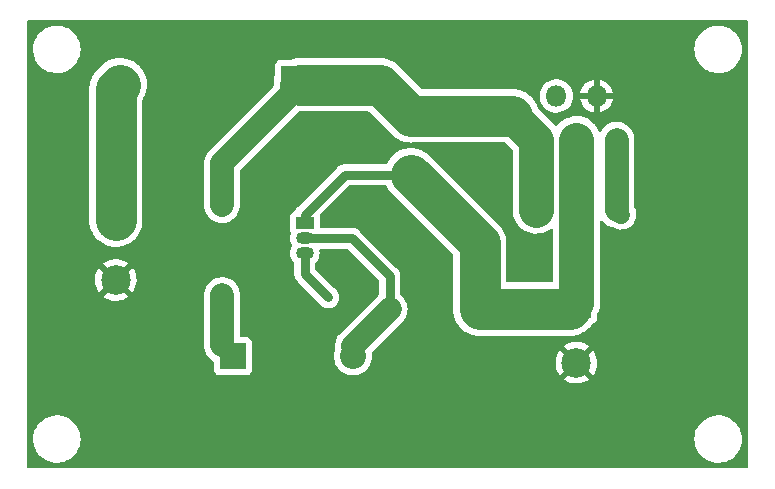
<source format=gbr>
%TF.GenerationSoftware,KiCad,Pcbnew,(6.0.2)*%
%TF.CreationDate,2022-08-07T03:32:02+03:00*%
%TF.ProjectId,LM2596_invertingBuck_5,4c4d3235-3936-45f6-996e-76657274696e,rev?*%
%TF.SameCoordinates,Original*%
%TF.FileFunction,Copper,L1,Top*%
%TF.FilePolarity,Positive*%
%FSLAX46Y46*%
G04 Gerber Fmt 4.6, Leading zero omitted, Abs format (unit mm)*
G04 Created by KiCad (PCBNEW (6.0.2)) date 2022-08-07 03:32:02*
%MOMM*%
%LPD*%
G01*
G04 APERTURE LIST*
%TA.AperFunction,ComponentPad*%
%ADD10R,1.800000X1.800000*%
%TD*%
%TA.AperFunction,ComponentPad*%
%ADD11O,1.800000X1.800000*%
%TD*%
%TA.AperFunction,ComponentPad*%
%ADD12R,2.500000X2.500000*%
%TD*%
%TA.AperFunction,ComponentPad*%
%ADD13C,2.500000*%
%TD*%
%TA.AperFunction,ComponentPad*%
%ADD14R,1.500000X1.050000*%
%TD*%
%TA.AperFunction,ComponentPad*%
%ADD15O,1.500000X1.050000*%
%TD*%
%TA.AperFunction,ComponentPad*%
%ADD16C,1.400000*%
%TD*%
%TA.AperFunction,ComponentPad*%
%ADD17O,1.400000X1.400000*%
%TD*%
%TA.AperFunction,ComponentPad*%
%ADD18R,2.000000X2.000000*%
%TD*%
%TA.AperFunction,ComponentPad*%
%ADD19C,2.000000*%
%TD*%
%TA.AperFunction,ComponentPad*%
%ADD20R,3.200000X3.200000*%
%TD*%
%TA.AperFunction,ComponentPad*%
%ADD21O,3.200000X3.200000*%
%TD*%
%TA.AperFunction,ComponentPad*%
%ADD22R,2.200000X2.200000*%
%TD*%
%TA.AperFunction,ComponentPad*%
%ADD23O,2.200000X2.200000*%
%TD*%
%TA.AperFunction,ViaPad*%
%ADD24C,0.800000*%
%TD*%
%TA.AperFunction,Conductor*%
%ADD25C,3.500000*%
%TD*%
%TA.AperFunction,Conductor*%
%ADD26C,2.000000*%
%TD*%
%TA.AperFunction,Conductor*%
%ADD27C,0.750000*%
%TD*%
%TA.AperFunction,Conductor*%
%ADD28C,3.000000*%
%TD*%
%TA.AperFunction,Conductor*%
%ADD29C,1.500000*%
%TD*%
G04 APERTURE END LIST*
D10*
%TO.P,U1,1,VIN*%
%TO.N,Net-(C1-Pad1)*%
X132600000Y-78650000D03*
D11*
%TO.P,U1,2,OUT*%
%TO.N,unconnected-(U1-Pad2)*%
X134300000Y-74950000D03*
%TO.P,U1,3,GND*%
%TO.N,Net-(C1-Pad2)*%
X136000000Y-78650000D03*
%TO.P,U1,4,FB*%
%TO.N,GND*%
X137700000Y-74950000D03*
%TO.P,U1,5,~{ON}/OFF*%
%TO.N,Net-(Q1-Pad3)*%
X139400000Y-78650000D03*
%TD*%
D12*
%TO.P,J2,1,Pin_1*%
%TO.N,Net-(C1-Pad2)*%
X136000000Y-92455000D03*
D13*
%TO.P,J2,2,Pin_2*%
%TO.N,GND*%
X136000000Y-97535000D03*
%TD*%
D14*
%TO.P,Q1,1,E*%
%TO.N,Net-(C1-Pad2)*%
X113000000Y-85730000D03*
D15*
%TO.P,Q1,2,B*%
%TO.N,Net-(D2-Pad2)*%
X113000000Y-87000000D03*
%TO.P,Q1,3,C*%
%TO.N,Net-(Q1-Pad3)*%
X113000000Y-88270000D03*
%TD*%
D16*
%TO.P,R3,1*%
%TO.N,Net-(C1-Pad1)*%
X132190000Y-85000000D03*
D17*
%TO.P,R3,2*%
%TO.N,Net-(Q1-Pad3)*%
X139810000Y-85000000D03*
%TD*%
D18*
%TO.P,C1,1*%
%TO.N,Net-(C1-Pad1)*%
X122000000Y-76632323D03*
D19*
%TO.P,C1,2*%
%TO.N,Net-(C1-Pad2)*%
X122000000Y-81632323D03*
%TD*%
D12*
%TO.P,J1,1,Pin_1*%
%TO.N,VCC*%
X97000000Y-85455000D03*
D13*
%TO.P,J1,2,Pin_2*%
%TO.N,GND*%
X97000000Y-90535000D03*
%TD*%
D20*
%TO.P,D1,1,K*%
%TO.N,Net-(C1-Pad1)*%
X112620000Y-74000000D03*
D21*
%TO.P,D1,2,A*%
%TO.N,VCC*%
X97380000Y-74000000D03*
%TD*%
D16*
%TO.P,R2,1*%
%TO.N,Net-(C1-Pad2)*%
X127810000Y-93000000D03*
D17*
%TO.P,R2,2*%
%TO.N,Net-(D2-Pad2)*%
X120190000Y-93000000D03*
%TD*%
D16*
%TO.P,R1,1*%
%TO.N,Net-(C1-Pad1)*%
X106000000Y-84190000D03*
D17*
%TO.P,R1,2*%
%TO.N,Net-(D2-Pad1)*%
X106000000Y-91810000D03*
%TD*%
D22*
%TO.P,D2,1,K*%
%TO.N,Net-(D2-Pad1)*%
X106920000Y-97000000D03*
D23*
%TO.P,D2,2,A*%
%TO.N,Net-(D2-Pad2)*%
X117080000Y-97000000D03*
%TD*%
D24*
%TO.N,Net-(Q1-Pad3)*%
X139400000Y-81600000D03*
X115000000Y-92000000D03*
%TD*%
D25*
%TO.N,VCC*%
X97000000Y-74380000D02*
X97380000Y-74000000D01*
X97000000Y-85455000D02*
X97000000Y-74380000D01*
D26*
%TO.N,Net-(Q1-Pad3)*%
X139400000Y-81600000D02*
X139400000Y-84590000D01*
D27*
X113000000Y-90000000D02*
X115000000Y-92000000D01*
X113000000Y-88270000D02*
X113000000Y-90000000D01*
D28*
%TO.N,Net-(C1-Pad1)*%
X130582323Y-76632323D02*
X132600000Y-78650000D01*
D26*
X106000000Y-84190000D02*
X106000000Y-80620000D01*
D25*
X122000000Y-76632323D02*
X130582323Y-76632323D01*
D29*
X132600000Y-84590000D02*
X132190000Y-85000000D01*
D28*
X132600000Y-78650000D02*
X132600000Y-84590000D01*
D26*
X106000000Y-80620000D02*
X112620000Y-74000000D01*
D25*
X112620000Y-74000000D02*
X119367677Y-74000000D01*
X119367677Y-74000000D02*
X122000000Y-76632323D01*
D27*
%TO.N,Net-(C1-Pad2)*%
X113000000Y-85730000D02*
X113000000Y-85000000D01*
D25*
X127810000Y-93000000D02*
X127810000Y-87442323D01*
D29*
X135455000Y-93000000D02*
X136000000Y-92455000D01*
D25*
X127810000Y-87442323D02*
X122000000Y-81632323D01*
X127810000Y-93000000D02*
X135455000Y-93000000D01*
D27*
X116367677Y-81632323D02*
X122000000Y-81632323D01*
X113000000Y-85000000D02*
X116367677Y-81632323D01*
D28*
X136000000Y-92455000D02*
X136000000Y-78650000D01*
D26*
%TO.N,Net-(D2-Pad1)*%
X106000000Y-91810000D02*
X106000000Y-96080000D01*
D29*
X106000000Y-96080000D02*
X106920000Y-97000000D01*
%TO.N,Net-(D2-Pad2)*%
X117080000Y-97000000D02*
X117080000Y-96110000D01*
D27*
X120190000Y-90190000D02*
X120190000Y-93000000D01*
X117000000Y-87000000D02*
X120190000Y-90190000D01*
X113000000Y-87000000D02*
X117000000Y-87000000D01*
D26*
X117080000Y-96110000D02*
X120190000Y-93000000D01*
%TO.N,Net-(Q1-Pad3)*%
X139400000Y-78650000D02*
X139400000Y-81600000D01*
D29*
X139400000Y-84590000D02*
X139810000Y-85000000D01*
%TD*%
%TA.AperFunction,Conductor*%
%TO.N,GND*%
G36*
X150434121Y-68528002D02*
G01*
X150480614Y-68581658D01*
X150492000Y-68634000D01*
X150492000Y-106366000D01*
X150471998Y-106434121D01*
X150418342Y-106480614D01*
X150366000Y-106492000D01*
X89634000Y-106492000D01*
X89565879Y-106471998D01*
X89519386Y-106418342D01*
X89508000Y-106366000D01*
X89508000Y-103978924D01*
X89987418Y-103978924D01*
X89987835Y-103986150D01*
X90003179Y-104252257D01*
X90004004Y-104256462D01*
X90004005Y-104256470D01*
X90032848Y-104403483D01*
X90055889Y-104520923D01*
X90057276Y-104524974D01*
X90075275Y-104577544D01*
X90144573Y-104779950D01*
X90146499Y-104783779D01*
X90209495Y-104909032D01*
X90267591Y-105024544D01*
X90270017Y-105028073D01*
X90270020Y-105028079D01*
X90304642Y-105078454D01*
X90422666Y-105250179D01*
X90606929Y-105452681D01*
X90816969Y-105628302D01*
X91048901Y-105773792D01*
X91052803Y-105775554D01*
X91052807Y-105775556D01*
X91294520Y-105884694D01*
X91294524Y-105884696D01*
X91298432Y-105886460D01*
X91302551Y-105887680D01*
X91556832Y-105963002D01*
X91556837Y-105963003D01*
X91560945Y-105964220D01*
X91565179Y-105964868D01*
X91565184Y-105964869D01*
X91827340Y-106004984D01*
X91827342Y-106004984D01*
X91831582Y-106005633D01*
X91970913Y-106007822D01*
X92101045Y-106009867D01*
X92101051Y-106009867D01*
X92105336Y-106009934D01*
X92377141Y-105977042D01*
X92641967Y-105907566D01*
X92894914Y-105802792D01*
X93131301Y-105664658D01*
X93346754Y-105495722D01*
X93391539Y-105449508D01*
X93534303Y-105302186D01*
X93537286Y-105299108D01*
X93539819Y-105295660D01*
X93539823Y-105295655D01*
X93696834Y-105081909D01*
X93699372Y-105078454D01*
X93701418Y-105074686D01*
X93827962Y-104841621D01*
X93827963Y-104841619D01*
X93830012Y-104837845D01*
X93926789Y-104581732D01*
X93987912Y-104314854D01*
X94000031Y-104179075D01*
X94012031Y-104044616D01*
X94012251Y-104042151D01*
X94012692Y-104000000D01*
X94011255Y-103978924D01*
X145987418Y-103978924D01*
X145987835Y-103986150D01*
X146003179Y-104252257D01*
X146004004Y-104256462D01*
X146004005Y-104256470D01*
X146032848Y-104403483D01*
X146055889Y-104520923D01*
X146057276Y-104524974D01*
X146075275Y-104577544D01*
X146144573Y-104779950D01*
X146146499Y-104783779D01*
X146209495Y-104909032D01*
X146267591Y-105024544D01*
X146270017Y-105028073D01*
X146270020Y-105028079D01*
X146304642Y-105078454D01*
X146422666Y-105250179D01*
X146606929Y-105452681D01*
X146816969Y-105628302D01*
X147048901Y-105773792D01*
X147052803Y-105775554D01*
X147052807Y-105775556D01*
X147294520Y-105884694D01*
X147294524Y-105884696D01*
X147298432Y-105886460D01*
X147302551Y-105887680D01*
X147556832Y-105963002D01*
X147556837Y-105963003D01*
X147560945Y-105964220D01*
X147565179Y-105964868D01*
X147565184Y-105964869D01*
X147827340Y-106004984D01*
X147827342Y-106004984D01*
X147831582Y-106005633D01*
X147970913Y-106007822D01*
X148101045Y-106009867D01*
X148101051Y-106009867D01*
X148105336Y-106009934D01*
X148377141Y-105977042D01*
X148641967Y-105907566D01*
X148894914Y-105802792D01*
X149131301Y-105664658D01*
X149346754Y-105495722D01*
X149391539Y-105449508D01*
X149534303Y-105302186D01*
X149537286Y-105299108D01*
X149539819Y-105295660D01*
X149539823Y-105295655D01*
X149696834Y-105081909D01*
X149699372Y-105078454D01*
X149701418Y-105074686D01*
X149827962Y-104841621D01*
X149827963Y-104841619D01*
X149830012Y-104837845D01*
X149926789Y-104581732D01*
X149987912Y-104314854D01*
X150000031Y-104179075D01*
X150012031Y-104044616D01*
X150012251Y-104042151D01*
X150012692Y-104000000D01*
X150010964Y-103974653D01*
X149994362Y-103731123D01*
X149994361Y-103731117D01*
X149994070Y-103726846D01*
X149938550Y-103458747D01*
X149847157Y-103200664D01*
X149839277Y-103185395D01*
X149723550Y-102961178D01*
X149723549Y-102961177D01*
X149721585Y-102957371D01*
X149719122Y-102953866D01*
X149566619Y-102736877D01*
X149566614Y-102736871D01*
X149564155Y-102733372D01*
X149377782Y-102532811D01*
X149374466Y-102530097D01*
X149374463Y-102530094D01*
X149169233Y-102362114D01*
X149169226Y-102362109D01*
X149165915Y-102359399D01*
X148932472Y-102216345D01*
X148928555Y-102214626D01*
X148928552Y-102214624D01*
X148818232Y-102166197D01*
X148681775Y-102106297D01*
X148677647Y-102105121D01*
X148677644Y-102105120D01*
X148596557Y-102082022D01*
X148418462Y-102031290D01*
X148414220Y-102030686D01*
X148414214Y-102030685D01*
X148215596Y-102002418D01*
X148147406Y-101992713D01*
X148003671Y-101991961D01*
X147877908Y-101991302D01*
X147877902Y-101991302D01*
X147873622Y-101991280D01*
X147869378Y-101991839D01*
X147869374Y-101991839D01*
X147750397Y-102007503D01*
X147602177Y-102027016D01*
X147598037Y-102028149D01*
X147598035Y-102028149D01*
X147582251Y-102032467D01*
X147338093Y-102099261D01*
X147086257Y-102206678D01*
X146851329Y-102347280D01*
X146847978Y-102349964D01*
X146847976Y-102349966D01*
X146836202Y-102359399D01*
X146637657Y-102518463D01*
X146449194Y-102717062D01*
X146289428Y-102939400D01*
X146161314Y-103181364D01*
X146067225Y-103438477D01*
X146008899Y-103705980D01*
X145987418Y-103978924D01*
X94011255Y-103978924D01*
X94010964Y-103974653D01*
X93994362Y-103731123D01*
X93994361Y-103731117D01*
X93994070Y-103726846D01*
X93938550Y-103458747D01*
X93847157Y-103200664D01*
X93839277Y-103185395D01*
X93723550Y-102961178D01*
X93723549Y-102961177D01*
X93721585Y-102957371D01*
X93719122Y-102953866D01*
X93566619Y-102736877D01*
X93566614Y-102736871D01*
X93564155Y-102733372D01*
X93377782Y-102532811D01*
X93374466Y-102530097D01*
X93374463Y-102530094D01*
X93169233Y-102362114D01*
X93169226Y-102362109D01*
X93165915Y-102359399D01*
X92932472Y-102216345D01*
X92928555Y-102214626D01*
X92928552Y-102214624D01*
X92818232Y-102166197D01*
X92681775Y-102106297D01*
X92677647Y-102105121D01*
X92677644Y-102105120D01*
X92596557Y-102082022D01*
X92418462Y-102031290D01*
X92414220Y-102030686D01*
X92414214Y-102030685D01*
X92215596Y-102002418D01*
X92147406Y-101992713D01*
X92003671Y-101991961D01*
X91877908Y-101991302D01*
X91877902Y-101991302D01*
X91873622Y-101991280D01*
X91869378Y-101991839D01*
X91869374Y-101991839D01*
X91750397Y-102007503D01*
X91602177Y-102027016D01*
X91598037Y-102028149D01*
X91598035Y-102028149D01*
X91582251Y-102032467D01*
X91338093Y-102099261D01*
X91086257Y-102206678D01*
X90851329Y-102347280D01*
X90847978Y-102349964D01*
X90847976Y-102349966D01*
X90836202Y-102359399D01*
X90637657Y-102518463D01*
X90449194Y-102717062D01*
X90289428Y-102939400D01*
X90161314Y-103181364D01*
X90067225Y-103438477D01*
X90008899Y-103705980D01*
X89987418Y-103978924D01*
X89508000Y-103978924D01*
X89508000Y-98944133D01*
X134955612Y-98944133D01*
X134964325Y-98955653D01*
X135062018Y-99027284D01*
X135069928Y-99032227D01*
X135292890Y-99149533D01*
X135301453Y-99153256D01*
X135539304Y-99236318D01*
X135548313Y-99238732D01*
X135795842Y-99285727D01*
X135805098Y-99286781D01*
X136056857Y-99296673D01*
X136066171Y-99296347D01*
X136316615Y-99268920D01*
X136325792Y-99267219D01*
X136569431Y-99203074D01*
X136578251Y-99200037D01*
X136809736Y-99100583D01*
X136818008Y-99096276D01*
X137032249Y-98963700D01*
X137039188Y-98958658D01*
X137047518Y-98946019D01*
X137041456Y-98935666D01*
X136012812Y-97907022D01*
X135998868Y-97899408D01*
X135997035Y-97899539D01*
X135990420Y-97903790D01*
X134962270Y-98931940D01*
X134955612Y-98944133D01*
X89508000Y-98944133D01*
X89508000Y-96141001D01*
X104491500Y-96141001D01*
X104506060Y-96321965D01*
X104507266Y-96326873D01*
X104507266Y-96326876D01*
X104547281Y-96489790D01*
X104563963Y-96557706D01*
X104565938Y-96562358D01*
X104565939Y-96562362D01*
X104611068Y-96668678D01*
X104658812Y-96781156D01*
X104788167Y-96986567D01*
X104828367Y-97032166D01*
X104945350Y-97164858D01*
X104945353Y-97164861D01*
X104948698Y-97168655D01*
X104952606Y-97171865D01*
X104952607Y-97171866D01*
X105056515Y-97257216D01*
X105136278Y-97322734D01*
X105140650Y-97325279D01*
X105140655Y-97325282D01*
X105248881Y-97388272D01*
X105297694Y-97439825D01*
X105311500Y-97497170D01*
X105311500Y-98148134D01*
X105318255Y-98210316D01*
X105369385Y-98346705D01*
X105456739Y-98463261D01*
X105573295Y-98550615D01*
X105709684Y-98601745D01*
X105771866Y-98608500D01*
X108068134Y-98608500D01*
X108130316Y-98601745D01*
X108266705Y-98550615D01*
X108383261Y-98463261D01*
X108470615Y-98346705D01*
X108521745Y-98210316D01*
X108528500Y-98148134D01*
X108528500Y-95851866D01*
X108521745Y-95789684D01*
X108470615Y-95653295D01*
X108383261Y-95536739D01*
X108266705Y-95449385D01*
X108130316Y-95398255D01*
X108068134Y-95391500D01*
X107634500Y-95391500D01*
X107566379Y-95371498D01*
X107519886Y-95317842D01*
X107508500Y-95265500D01*
X107508500Y-91748999D01*
X107505509Y-91711826D01*
X107494346Y-91573076D01*
X107494345Y-91573071D01*
X107493940Y-91568035D01*
X107469560Y-91468774D01*
X107437244Y-91337208D01*
X107436037Y-91332294D01*
X107433385Y-91326045D01*
X107343165Y-91113502D01*
X107341188Y-91108844D01*
X107211833Y-90903433D01*
X107171633Y-90857834D01*
X107054650Y-90725142D01*
X107054647Y-90725139D01*
X107051302Y-90721345D01*
X106976844Y-90660185D01*
X106867628Y-90570474D01*
X106867625Y-90570472D01*
X106863722Y-90567266D01*
X106729198Y-90488971D01*
X106658290Y-90447701D01*
X106658288Y-90447700D01*
X106653922Y-90445159D01*
X106592856Y-90421718D01*
X106432022Y-90359980D01*
X106432018Y-90359979D01*
X106427298Y-90358167D01*
X106422348Y-90357133D01*
X106422345Y-90357132D01*
X106194631Y-90309560D01*
X106194627Y-90309560D01*
X106189680Y-90308526D01*
X105947183Y-90297514D01*
X105942163Y-90298095D01*
X105942159Y-90298095D01*
X105711071Y-90324833D01*
X105711067Y-90324834D01*
X105706044Y-90325415D01*
X105701180Y-90326791D01*
X105701177Y-90326792D01*
X105539734Y-90372476D01*
X105472468Y-90391510D01*
X105467892Y-90393644D01*
X105467886Y-90393646D01*
X105257046Y-90491962D01*
X105257042Y-90491964D01*
X105252464Y-90494099D01*
X105051693Y-90630544D01*
X104875319Y-90797332D01*
X104872241Y-90801358D01*
X104872240Y-90801359D01*
X104730953Y-90986154D01*
X104730950Y-90986158D01*
X104727880Y-90990174D01*
X104613169Y-91204109D01*
X104534138Y-91433631D01*
X104533276Y-91438623D01*
X104500489Y-91628444D01*
X104492821Y-91672836D01*
X104491500Y-91701925D01*
X104491500Y-96141001D01*
X89508000Y-96141001D01*
X89508000Y-91944133D01*
X95955612Y-91944133D01*
X95964325Y-91955653D01*
X96062018Y-92027284D01*
X96069928Y-92032227D01*
X96292890Y-92149533D01*
X96301453Y-92153256D01*
X96539304Y-92236318D01*
X96548313Y-92238732D01*
X96795842Y-92285727D01*
X96805098Y-92286781D01*
X97056857Y-92296673D01*
X97066171Y-92296347D01*
X97316615Y-92268920D01*
X97325792Y-92267219D01*
X97569431Y-92203074D01*
X97578251Y-92200037D01*
X97809736Y-92100583D01*
X97818008Y-92096276D01*
X98032249Y-91963700D01*
X98039188Y-91958658D01*
X98047518Y-91946019D01*
X98041456Y-91935666D01*
X97012812Y-90907022D01*
X96998868Y-90899408D01*
X96997035Y-90899539D01*
X96990420Y-90903790D01*
X95962270Y-91931940D01*
X95955612Y-91944133D01*
X89508000Y-91944133D01*
X89508000Y-90493523D01*
X95237898Y-90493523D01*
X95249987Y-90745175D01*
X95251124Y-90754435D01*
X95300274Y-91001535D01*
X95302768Y-91010528D01*
X95387900Y-91247639D01*
X95391700Y-91256174D01*
X95510946Y-91478101D01*
X95515957Y-91485968D01*
X95579446Y-91570990D01*
X95590704Y-91579439D01*
X95603123Y-91572667D01*
X96627978Y-90547812D01*
X96634356Y-90536132D01*
X97364408Y-90536132D01*
X97364539Y-90537965D01*
X97368790Y-90544580D01*
X98399913Y-91575703D01*
X98412293Y-91582463D01*
X98420634Y-91576219D01*
X98546765Y-91380127D01*
X98551212Y-91371936D01*
X98654691Y-91142222D01*
X98657882Y-91133455D01*
X98726269Y-90890976D01*
X98728129Y-90881834D01*
X98760116Y-90630396D01*
X98760597Y-90624108D01*
X98762847Y-90538160D01*
X98762696Y-90531851D01*
X98743912Y-90279074D01*
X98742536Y-90269868D01*
X98686929Y-90024126D01*
X98684205Y-90015215D01*
X98592888Y-89780392D01*
X98588877Y-89771983D01*
X98463854Y-89553240D01*
X98458643Y-89545514D01*
X98421391Y-89498261D01*
X98409466Y-89489790D01*
X98397934Y-89496276D01*
X97372022Y-90522188D01*
X97364408Y-90536132D01*
X96634356Y-90536132D01*
X96635592Y-90533868D01*
X96635461Y-90532035D01*
X96631210Y-90525420D01*
X95601321Y-89495531D01*
X95588013Y-89488264D01*
X95577974Y-89495386D01*
X95567761Y-89507666D01*
X95562346Y-89515258D01*
X95431646Y-89730646D01*
X95427408Y-89738963D01*
X95329981Y-89971299D01*
X95327020Y-89980149D01*
X95265006Y-90224331D01*
X95263384Y-90233528D01*
X95238143Y-90484198D01*
X95237898Y-90493523D01*
X89508000Y-90493523D01*
X89508000Y-89123803D01*
X95953216Y-89123803D01*
X95957789Y-89133579D01*
X96987188Y-90162978D01*
X97001132Y-90170592D01*
X97002965Y-90170461D01*
X97009580Y-90166210D01*
X98038419Y-89137371D01*
X98044803Y-89125681D01*
X98035391Y-89113570D01*
X97898593Y-89018670D01*
X97890565Y-89013942D01*
X97664593Y-88902505D01*
X97655960Y-88899017D01*
X97415998Y-88822205D01*
X97406938Y-88820029D01*
X97158260Y-88779529D01*
X97148973Y-88778717D01*
X96897053Y-88775419D01*
X96887742Y-88775989D01*
X96638097Y-88809964D01*
X96628978Y-88811902D01*
X96387098Y-88882404D01*
X96378367Y-88885667D01*
X96149558Y-88991151D01*
X96141406Y-88995670D01*
X95962353Y-89113062D01*
X95953216Y-89123803D01*
X89508000Y-89123803D01*
X89508000Y-74403704D01*
X94736570Y-74403704D01*
X94736890Y-74407863D01*
X94736890Y-74407865D01*
X94741129Y-74462956D01*
X94741500Y-74472622D01*
X94741500Y-85531107D01*
X94756329Y-85754370D01*
X94757154Y-85758464D01*
X94757155Y-85758468D01*
X94777743Y-85860572D01*
X94815632Y-86048480D01*
X94913312Y-86332163D01*
X94915181Y-86335896D01*
X94915183Y-86335900D01*
X95031968Y-86569113D01*
X95047653Y-86600435D01*
X95050008Y-86603900D01*
X95172805Y-86784591D01*
X95216294Y-86848584D01*
X95219080Y-86851700D01*
X95279096Y-86918824D01*
X95295687Y-86942299D01*
X95296232Y-86943294D01*
X95299385Y-86951705D01*
X95304770Y-86958890D01*
X95304771Y-86958892D01*
X95334748Y-86998890D01*
X95386739Y-87068261D01*
X95393919Y-87073642D01*
X95480938Y-87138859D01*
X95503295Y-87155615D01*
X95511700Y-87158766D01*
X95515452Y-87160820D01*
X95536941Y-87175672D01*
X95640903Y-87264779D01*
X95640907Y-87264782D01*
X95644077Y-87267499D01*
X95647579Y-87269773D01*
X95647584Y-87269777D01*
X95892193Y-87428628D01*
X95892198Y-87428631D01*
X95895703Y-87430907D01*
X96166730Y-87559600D01*
X96170713Y-87560879D01*
X96170716Y-87560880D01*
X96400765Y-87634741D01*
X96452396Y-87651318D01*
X96533264Y-87665868D01*
X96743575Y-87703709D01*
X96743580Y-87703710D01*
X96747684Y-87704448D01*
X96751851Y-87704637D01*
X96751858Y-87704638D01*
X97043234Y-87717870D01*
X97043240Y-87717870D01*
X97047404Y-87718059D01*
X97051552Y-87717696D01*
X97051556Y-87717696D01*
X97242290Y-87701008D01*
X97346292Y-87691909D01*
X97350364Y-87690999D01*
X97350369Y-87690998D01*
X97635016Y-87627372D01*
X97635019Y-87627371D01*
X97639095Y-87626460D01*
X97920671Y-87522860D01*
X97924359Y-87520916D01*
X97924367Y-87520912D01*
X98182367Y-87384884D01*
X98182368Y-87384883D01*
X98186071Y-87382931D01*
X98430633Y-87209129D01*
X98433687Y-87206281D01*
X98433697Y-87206273D01*
X98467882Y-87174395D01*
X98490819Y-87157822D01*
X98496705Y-87155615D01*
X98519063Y-87138859D01*
X98606081Y-87073642D01*
X98613261Y-87068261D01*
X98700615Y-86951705D01*
X98703765Y-86943303D01*
X98704948Y-86941142D01*
X98718102Y-86921676D01*
X98837849Y-86775892D01*
X98840498Y-86772667D01*
X98998600Y-86517675D01*
X99003880Y-86505928D01*
X99052638Y-86397435D01*
X99121589Y-86244012D01*
X99187715Y-86022196D01*
X99206112Y-85960486D01*
X99206112Y-85960484D01*
X99207304Y-85956487D01*
X99222496Y-85860572D01*
X99253690Y-85663617D01*
X99254239Y-85660152D01*
X99258500Y-85566319D01*
X99258500Y-80646413D01*
X104486822Y-80646413D01*
X104487316Y-80651448D01*
X104490899Y-80687992D01*
X104491500Y-80700288D01*
X104491500Y-84251001D01*
X104491702Y-84253509D01*
X104491702Y-84253514D01*
X104505375Y-84423446D01*
X104506060Y-84431965D01*
X104507266Y-84436873D01*
X104507266Y-84436876D01*
X104542699Y-84581133D01*
X104563963Y-84667706D01*
X104565938Y-84672358D01*
X104565939Y-84672362D01*
X104582952Y-84712441D01*
X104658812Y-84891156D01*
X104661510Y-84895440D01*
X104782322Y-85087285D01*
X104788167Y-85096567D01*
X104791512Y-85100361D01*
X104945350Y-85274858D01*
X104945353Y-85274861D01*
X104948698Y-85278655D01*
X104952606Y-85281865D01*
X104952607Y-85281866D01*
X105112033Y-85412819D01*
X105136278Y-85432734D01*
X105140646Y-85435276D01*
X105325560Y-85542899D01*
X105346078Y-85554841D01*
X105350801Y-85556654D01*
X105567978Y-85640020D01*
X105567982Y-85640021D01*
X105572702Y-85641833D01*
X105577652Y-85642867D01*
X105577655Y-85642868D01*
X105805369Y-85690440D01*
X105805373Y-85690440D01*
X105810320Y-85691474D01*
X106052817Y-85702486D01*
X106057837Y-85701905D01*
X106057841Y-85701905D01*
X106288929Y-85675167D01*
X106288933Y-85675166D01*
X106293956Y-85674585D01*
X106298820Y-85673209D01*
X106298823Y-85673208D01*
X106522669Y-85609866D01*
X106522668Y-85609866D01*
X106527532Y-85608490D01*
X106532108Y-85606356D01*
X106532114Y-85606354D01*
X106742954Y-85508038D01*
X106742958Y-85508036D01*
X106747536Y-85505901D01*
X106761271Y-85496567D01*
X106944119Y-85372302D01*
X106948307Y-85369456D01*
X107124681Y-85202668D01*
X107127760Y-85198641D01*
X107269047Y-85013846D01*
X107269050Y-85013842D01*
X107272120Y-85009826D01*
X107386831Y-84795891D01*
X107465862Y-84566369D01*
X107495640Y-84393969D01*
X107506504Y-84331074D01*
X107506505Y-84331068D01*
X107507179Y-84327164D01*
X107508500Y-84298075D01*
X107508500Y-81297031D01*
X107528502Y-81228910D01*
X107545405Y-81207936D01*
X112457936Y-76295405D01*
X112520248Y-76261379D01*
X112547031Y-76258500D01*
X118379986Y-76258500D01*
X118448107Y-76278502D01*
X118469081Y-76295405D01*
X119422109Y-77248434D01*
X120371964Y-78198289D01*
X120375020Y-78201452D01*
X120450490Y-78282384D01*
X120453712Y-78285030D01*
X120453722Y-78285040D01*
X120537469Y-78353829D01*
X120540461Y-78356366D01*
X120625172Y-78430525D01*
X120628661Y-78432843D01*
X120649507Y-78446693D01*
X120659756Y-78454277D01*
X120679096Y-78470163D01*
X120679104Y-78470169D01*
X120682333Y-78472821D01*
X120778013Y-78532145D01*
X120781265Y-78534233D01*
X120875072Y-78596558D01*
X120901348Y-78609374D01*
X120912489Y-78615524D01*
X120937325Y-78630923D01*
X120941137Y-78632636D01*
X121039973Y-78677055D01*
X121043557Y-78678734D01*
X121140967Y-78726244D01*
X121140976Y-78726248D01*
X121144737Y-78728082D01*
X121148709Y-78729403D01*
X121148713Y-78729405D01*
X121172462Y-78737305D01*
X121184339Y-78741936D01*
X121210988Y-78753912D01*
X121214990Y-78755105D01*
X121214998Y-78755108D01*
X121318863Y-78786071D01*
X121322636Y-78787261D01*
X121429427Y-78822786D01*
X121458145Y-78828264D01*
X121470515Y-78831280D01*
X121494507Y-78838433D01*
X121494511Y-78838434D01*
X121498513Y-78839627D01*
X121599271Y-78855585D01*
X121609681Y-78857234D01*
X121613581Y-78857915D01*
X121720041Y-78878224D01*
X121720046Y-78878225D01*
X121724142Y-78879006D01*
X121728302Y-78879239D01*
X121728306Y-78879239D01*
X121753316Y-78880637D01*
X121765993Y-78881992D01*
X121791366Y-78886011D01*
X121791375Y-78886012D01*
X121794848Y-78886562D01*
X121810918Y-78887292D01*
X121887262Y-78890759D01*
X121887281Y-78890759D01*
X121888681Y-78890823D01*
X121931979Y-78890823D01*
X121939011Y-78891019D01*
X122023704Y-78895754D01*
X122027863Y-78895434D01*
X122027864Y-78895434D01*
X122082966Y-78891194D01*
X122092633Y-78890823D01*
X129948185Y-78890823D01*
X130016306Y-78910825D01*
X130037280Y-78927728D01*
X130554595Y-79445043D01*
X130588621Y-79507355D01*
X130591500Y-79534138D01*
X130591500Y-84660146D01*
X130591653Y-84662332D01*
X130591653Y-84662336D01*
X130603822Y-84836358D01*
X130606189Y-84870212D01*
X130664591Y-85144970D01*
X130666094Y-85149099D01*
X130666095Y-85149103D01*
X130714098Y-85280989D01*
X130760663Y-85408926D01*
X130892536Y-85656942D01*
X130895122Y-85660501D01*
X130895123Y-85660503D01*
X131046400Y-85868718D01*
X131057642Y-85884192D01*
X131060698Y-85887356D01*
X131060700Y-85887359D01*
X131064145Y-85890926D01*
X131252769Y-86086252D01*
X131406838Y-86206623D01*
X131469508Y-86255586D01*
X131474118Y-86259188D01*
X131477922Y-86261384D01*
X131477929Y-86261389D01*
X131642794Y-86356573D01*
X131717381Y-86399636D01*
X131977824Y-86504862D01*
X131982097Y-86505927D01*
X131982099Y-86505928D01*
X132246107Y-86571753D01*
X132246112Y-86571754D01*
X132250376Y-86572817D01*
X132254744Y-86573276D01*
X132254749Y-86573277D01*
X132525364Y-86601719D01*
X132525367Y-86601719D01*
X132529733Y-86602178D01*
X132534121Y-86602025D01*
X132534127Y-86602025D01*
X132806061Y-86592529D01*
X132806067Y-86592528D01*
X132810458Y-86592375D01*
X132814781Y-86591613D01*
X132814788Y-86591612D01*
X133016570Y-86556032D01*
X133087087Y-86543598D01*
X133354235Y-86456797D01*
X133358188Y-86454869D01*
X133358193Y-86454867D01*
X133475795Y-86397508D01*
X133606702Y-86333660D01*
X133610341Y-86331205D01*
X133610347Y-86331202D01*
X133713184Y-86261837D01*
X133795043Y-86206623D01*
X133862701Y-86185113D01*
X133931250Y-86203597D01*
X133978923Y-86256207D01*
X133991500Y-86311082D01*
X133991500Y-90615500D01*
X133971498Y-90683621D01*
X133917842Y-90730114D01*
X133865500Y-90741500D01*
X130194500Y-90741500D01*
X130126379Y-90721498D01*
X130079886Y-90667842D01*
X130068500Y-90615500D01*
X130068500Y-87486183D01*
X130068577Y-87481786D01*
X130070433Y-87428628D01*
X130072438Y-87371223D01*
X130061454Y-87259201D01*
X130061130Y-87255255D01*
X130053948Y-87147119D01*
X130053947Y-87147114D01*
X130053671Y-87142953D01*
X130052847Y-87138867D01*
X130052846Y-87138859D01*
X130047895Y-87114308D01*
X130046010Y-87101696D01*
X130043567Y-87076779D01*
X130043160Y-87072626D01*
X130017458Y-86963047D01*
X130016615Y-86959178D01*
X129995196Y-86852950D01*
X129994368Y-86848843D01*
X129984850Y-86821201D01*
X129981320Y-86808969D01*
X129975602Y-86784591D01*
X129975602Y-86784590D01*
X129974648Y-86780524D01*
X129934667Y-86675273D01*
X129933334Y-86671589D01*
X129909382Y-86602025D01*
X129896688Y-86565160D01*
X129886273Y-86544360D01*
X129883605Y-86539033D01*
X129878480Y-86527358D01*
X129869589Y-86503953D01*
X129868106Y-86500049D01*
X129866123Y-86496381D01*
X129866120Y-86496375D01*
X129814561Y-86401018D01*
X129812734Y-86397508D01*
X129764222Y-86300632D01*
X129764221Y-86300630D01*
X129762347Y-86296888D01*
X129745928Y-86272728D01*
X129739306Y-86261837D01*
X129727390Y-86239799D01*
X129727389Y-86239798D01*
X129725405Y-86236128D01*
X129659253Y-86145077D01*
X129656978Y-86141840D01*
X129596051Y-86052189D01*
X129596048Y-86052185D01*
X129593706Y-86048739D01*
X129574224Y-86026951D01*
X129566223Y-86017034D01*
X129549052Y-85993400D01*
X129485715Y-85924037D01*
X129455100Y-85893422D01*
X129450265Y-85888310D01*
X129396511Y-85828190D01*
X129393726Y-85825075D01*
X129348595Y-85786393D01*
X129341498Y-85779820D01*
X123543185Y-79981507D01*
X123374828Y-79834121D01*
X123317694Y-79796161D01*
X123128410Y-79670401D01*
X123128405Y-79670398D01*
X123124928Y-79668088D01*
X122855263Y-79536564D01*
X122851292Y-79535243D01*
X122851287Y-79535241D01*
X122612153Y-79455692D01*
X122570573Y-79441860D01*
X122566466Y-79441077D01*
X122566464Y-79441076D01*
X122466880Y-79422080D01*
X122275858Y-79385640D01*
X122271695Y-79385407D01*
X122271693Y-79385407D01*
X122094256Y-79375488D01*
X121976296Y-79368893D01*
X121972137Y-79369213D01*
X121972135Y-79369213D01*
X121874082Y-79376758D01*
X121677152Y-79391910D01*
X121530415Y-79423100D01*
X121387762Y-79453422D01*
X121387760Y-79453423D01*
X121383679Y-79454290D01*
X121101034Y-79554935D01*
X121097319Y-79556844D01*
X121097315Y-79556846D01*
X120837897Y-79690168D01*
X120837894Y-79690170D01*
X120834183Y-79692077D01*
X120587814Y-79863309D01*
X120366256Y-80065618D01*
X120363570Y-80068819D01*
X120212708Y-80248611D01*
X120173401Y-80295455D01*
X120012638Y-80548777D01*
X120010888Y-80552564D01*
X120010886Y-80552568D01*
X119954003Y-80675674D01*
X119907272Y-80729123D01*
X119839623Y-80748823D01*
X116447127Y-80748823D01*
X116427416Y-80747272D01*
X116420686Y-80746206D01*
X116414170Y-80745174D01*
X116407583Y-80745519D01*
X116407578Y-80745519D01*
X116347845Y-80748650D01*
X116341251Y-80748823D01*
X116321371Y-80748823D01*
X116318097Y-80749167D01*
X116318098Y-80749167D01*
X116301597Y-80750901D01*
X116295023Y-80751418D01*
X116235304Y-80754548D01*
X116235303Y-80754548D01*
X116228705Y-80754894D01*
X116222323Y-80756604D01*
X116222316Y-80756605D01*
X116215746Y-80758365D01*
X116196312Y-80761967D01*
X116189547Y-80762678D01*
X116189546Y-80762678D01*
X116182975Y-80763369D01*
X116119799Y-80783896D01*
X116113480Y-80785768D01*
X116055690Y-80801252D01*
X116055685Y-80801254D01*
X116049314Y-80802961D01*
X116043433Y-80805957D01*
X116043429Y-80805959D01*
X116037360Y-80809051D01*
X116019098Y-80816615D01*
X116012626Y-80818718D01*
X116012622Y-80818720D01*
X116006346Y-80820759D01*
X116000630Y-80824059D01*
X116000628Y-80824060D01*
X115948812Y-80853976D01*
X115943028Y-80857117D01*
X115883837Y-80887276D01*
X115878706Y-80891431D01*
X115873414Y-80895716D01*
X115857128Y-80906910D01*
X115845508Y-80913619D01*
X115840600Y-80918038D01*
X115840596Y-80918041D01*
X115796141Y-80958068D01*
X115791135Y-80962344D01*
X115775691Y-80974851D01*
X115761646Y-80988896D01*
X115756861Y-80993437D01*
X115707492Y-81037889D01*
X115699602Y-81048749D01*
X115686765Y-81063777D01*
X112431454Y-84319088D01*
X112416426Y-84331925D01*
X112405566Y-84339815D01*
X112401145Y-84344725D01*
X112401144Y-84344726D01*
X112361114Y-84389184D01*
X112356573Y-84393969D01*
X112342528Y-84408014D01*
X112340444Y-84410588D01*
X112340441Y-84410591D01*
X112330031Y-84423446D01*
X112325747Y-84428462D01*
X112285717Y-84472920D01*
X112285713Y-84472925D01*
X112281296Y-84477831D01*
X112274791Y-84489097D01*
X112274589Y-84489448D01*
X112263391Y-84505741D01*
X112254953Y-84516161D01*
X112224787Y-84575363D01*
X112221654Y-84581133D01*
X112191740Y-84632945D01*
X112191738Y-84632950D01*
X112188436Y-84638669D01*
X112186394Y-84644953D01*
X112186059Y-84645706D01*
X112140080Y-84699802D01*
X112115180Y-84712441D01*
X112011705Y-84751232D01*
X112011704Y-84751233D01*
X112003295Y-84754385D01*
X111886739Y-84841739D01*
X111799385Y-84958295D01*
X111748255Y-85094684D01*
X111741500Y-85156866D01*
X111741500Y-86303134D01*
X111748255Y-86365316D01*
X111751029Y-86372715D01*
X111796232Y-86493296D01*
X111796234Y-86493299D01*
X111799385Y-86501705D01*
X111804773Y-86508894D01*
X111804906Y-86509137D01*
X111820076Y-86578494D01*
X111814752Y-86606907D01*
X111757710Y-86791180D01*
X111757066Y-86797305D01*
X111757066Y-86797306D01*
X111739847Y-86961137D01*
X111736524Y-86992750D01*
X111737083Y-86998890D01*
X111753172Y-87175672D01*
X111754894Y-87194596D01*
X111756632Y-87200502D01*
X111756633Y-87200506D01*
X111777021Y-87269777D01*
X111812119Y-87389029D01*
X111814972Y-87394486D01*
X111814973Y-87394489D01*
X111834012Y-87430907D01*
X111905923Y-87568460D01*
X111905923Y-87568462D01*
X111906019Y-87568645D01*
X111905984Y-87568663D01*
X111925889Y-87634441D01*
X111910729Y-87695409D01*
X111817644Y-87867565D01*
X111812311Y-87884794D01*
X111762696Y-88045074D01*
X111757710Y-88061180D01*
X111757066Y-88067305D01*
X111757066Y-88067306D01*
X111737168Y-88256622D01*
X111736524Y-88262750D01*
X111754894Y-88464596D01*
X111812119Y-88659029D01*
X111814972Y-88664486D01*
X111814973Y-88664489D01*
X111819127Y-88672435D01*
X111906019Y-88838645D01*
X111909879Y-88843445D01*
X111909879Y-88843446D01*
X111915729Y-88850722D01*
X112033019Y-88996601D01*
X112037737Y-89000560D01*
X112037743Y-89000566D01*
X112071491Y-89028884D01*
X112110818Y-89087993D01*
X112116500Y-89125405D01*
X112116500Y-89920543D01*
X112114949Y-89940255D01*
X112112850Y-89953507D01*
X112113195Y-89960094D01*
X112113195Y-89960098D01*
X112116327Y-90019850D01*
X112116500Y-90026445D01*
X112116500Y-90046306D01*
X112118576Y-90066059D01*
X112119093Y-90072633D01*
X112121782Y-90123929D01*
X112122570Y-90138971D01*
X112126042Y-90151929D01*
X112129645Y-90171372D01*
X112131046Y-90184702D01*
X112151578Y-90247894D01*
X112153444Y-90254196D01*
X112160110Y-90279074D01*
X112170638Y-90318363D01*
X112173634Y-90324242D01*
X112173637Y-90324251D01*
X112176728Y-90330317D01*
X112184292Y-90348579D01*
X112186392Y-90355043D01*
X112186395Y-90355051D01*
X112188436Y-90361331D01*
X112191738Y-90367050D01*
X112191740Y-90367055D01*
X112221654Y-90418867D01*
X112224787Y-90424637D01*
X112254953Y-90483839D01*
X112259109Y-90488971D01*
X112263391Y-90494259D01*
X112274589Y-90510552D01*
X112281296Y-90522169D01*
X112285713Y-90527075D01*
X112285717Y-90527080D01*
X112325747Y-90571538D01*
X112330031Y-90576554D01*
X112340441Y-90589409D01*
X112342528Y-90591986D01*
X112356573Y-90606031D01*
X112361114Y-90610816D01*
X112405566Y-90660185D01*
X112416426Y-90668075D01*
X112431454Y-90680912D01*
X114212994Y-92462452D01*
X114233018Y-92488547D01*
X114260960Y-92536944D01*
X114388747Y-92678866D01*
X114543248Y-92791118D01*
X114549276Y-92793802D01*
X114549278Y-92793803D01*
X114711681Y-92866109D01*
X114717712Y-92868794D01*
X114811112Y-92888647D01*
X114898056Y-92907128D01*
X114898061Y-92907128D01*
X114904513Y-92908500D01*
X115095487Y-92908500D01*
X115101939Y-92907128D01*
X115101944Y-92907128D01*
X115188887Y-92888647D01*
X115282288Y-92868794D01*
X115288319Y-92866109D01*
X115450722Y-92793803D01*
X115450724Y-92793802D01*
X115456752Y-92791118D01*
X115611253Y-92678866D01*
X115739040Y-92536944D01*
X115834527Y-92371556D01*
X115893542Y-92189928D01*
X115897397Y-92153256D01*
X115912814Y-92006565D01*
X115913504Y-92000000D01*
X115893542Y-91810072D01*
X115834527Y-91628444D01*
X115739040Y-91463056D01*
X115717041Y-91438623D01*
X115615675Y-91326045D01*
X115615674Y-91326044D01*
X115611253Y-91321134D01*
X115470578Y-91218927D01*
X115455545Y-91206087D01*
X113920405Y-89670947D01*
X113886379Y-89608635D01*
X113883500Y-89581852D01*
X113883500Y-89126471D01*
X113903502Y-89058350D01*
X113929863Y-89028829D01*
X113956763Y-89006890D01*
X113969246Y-88991801D01*
X114082027Y-88855472D01*
X114082029Y-88855469D01*
X114085956Y-88850722D01*
X114182356Y-88672435D01*
X114242290Y-88478820D01*
X114263476Y-88277250D01*
X114245106Y-88075404D01*
X114236179Y-88045073D01*
X114236135Y-87974077D01*
X114274481Y-87914327D01*
X114339043Y-87884794D01*
X114357053Y-87883500D01*
X116581852Y-87883500D01*
X116649973Y-87903502D01*
X116670947Y-87920405D01*
X119269595Y-90519053D01*
X119303621Y-90581365D01*
X119306500Y-90608148D01*
X119306500Y-91711826D01*
X119286498Y-91779947D01*
X119253132Y-91814785D01*
X119224490Y-91834990D01*
X119224485Y-91834994D01*
X119221253Y-91837274D01*
X119199750Y-91856909D01*
X115970195Y-95086464D01*
X115968569Y-95088374D01*
X115968563Y-95088381D01*
X115855808Y-95220868D01*
X115852530Y-95224720D01*
X115726779Y-95432358D01*
X115635845Y-95657429D01*
X115634725Y-95662359D01*
X115605798Y-95789684D01*
X115582065Y-95894144D01*
X115581747Y-95899191D01*
X115581747Y-95899194D01*
X115574230Y-96018670D01*
X115566822Y-96136413D01*
X115585017Y-96321965D01*
X115588602Y-96358530D01*
X115579612Y-96419043D01*
X115545495Y-96501409D01*
X115533159Y-96552792D01*
X115487548Y-96742778D01*
X115486391Y-96747597D01*
X115466526Y-97000000D01*
X115486391Y-97252403D01*
X115487545Y-97257210D01*
X115487546Y-97257216D01*
X115519010Y-97388272D01*
X115545495Y-97498591D01*
X115547388Y-97503162D01*
X115547389Y-97503164D01*
X115597486Y-97624108D01*
X115642384Y-97732502D01*
X115774672Y-97948376D01*
X115939102Y-98140898D01*
X116131624Y-98305328D01*
X116347498Y-98437616D01*
X116352068Y-98439509D01*
X116352072Y-98439511D01*
X116576836Y-98532611D01*
X116581409Y-98534505D01*
X116648513Y-98550615D01*
X116822784Y-98592454D01*
X116822790Y-98592455D01*
X116827597Y-98593609D01*
X117080000Y-98613474D01*
X117332403Y-98593609D01*
X117337210Y-98592455D01*
X117337216Y-98592454D01*
X117511487Y-98550615D01*
X117578591Y-98534505D01*
X117583164Y-98532611D01*
X117807928Y-98439511D01*
X117807932Y-98439509D01*
X117812502Y-98437616D01*
X118028376Y-98305328D01*
X118220898Y-98140898D01*
X118385328Y-97948376D01*
X118517616Y-97732502D01*
X118562515Y-97624108D01*
X118612611Y-97503164D01*
X118612612Y-97503162D01*
X118614505Y-97498591D01*
X118615722Y-97493523D01*
X134237898Y-97493523D01*
X134249987Y-97745175D01*
X134251124Y-97754435D01*
X134300274Y-98001535D01*
X134302768Y-98010528D01*
X134387900Y-98247639D01*
X134391700Y-98256174D01*
X134510946Y-98478101D01*
X134515957Y-98485968D01*
X134579446Y-98570990D01*
X134590704Y-98579439D01*
X134603123Y-98572667D01*
X135627978Y-97547812D01*
X135634356Y-97536132D01*
X136364408Y-97536132D01*
X136364539Y-97537965D01*
X136368790Y-97544580D01*
X137399913Y-98575703D01*
X137412293Y-98582463D01*
X137420634Y-98576219D01*
X137546765Y-98380127D01*
X137551212Y-98371936D01*
X137654691Y-98142222D01*
X137657882Y-98133455D01*
X137726269Y-97890976D01*
X137728129Y-97881834D01*
X137760116Y-97630396D01*
X137760597Y-97624108D01*
X137762847Y-97538160D01*
X137762696Y-97531851D01*
X137743912Y-97279074D01*
X137742536Y-97269868D01*
X137686929Y-97024126D01*
X137684205Y-97015215D01*
X137592888Y-96780392D01*
X137588877Y-96771983D01*
X137463854Y-96553240D01*
X137458643Y-96545514D01*
X137421391Y-96498261D01*
X137409466Y-96489790D01*
X137397934Y-96496276D01*
X136372022Y-97522188D01*
X136364408Y-97536132D01*
X135634356Y-97536132D01*
X135635592Y-97533868D01*
X135635461Y-97532035D01*
X135631210Y-97525420D01*
X134601321Y-96495531D01*
X134588013Y-96488264D01*
X134577974Y-96495386D01*
X134567761Y-96507666D01*
X134562346Y-96515258D01*
X134431646Y-96730646D01*
X134427408Y-96738963D01*
X134329981Y-96971299D01*
X134327020Y-96980149D01*
X134265006Y-97224331D01*
X134263384Y-97233528D01*
X134238143Y-97484198D01*
X134237898Y-97493523D01*
X118615722Y-97493523D01*
X118640990Y-97388272D01*
X118672454Y-97257216D01*
X118672455Y-97257210D01*
X118673609Y-97252403D01*
X118693474Y-97000000D01*
X118691215Y-96971299D01*
X118673998Y-96752533D01*
X118673997Y-96752526D01*
X118673609Y-96747597D01*
X118671134Y-96737286D01*
X118674684Y-96666378D01*
X118704559Y-96618782D01*
X119199538Y-96123803D01*
X134953216Y-96123803D01*
X134957789Y-96133579D01*
X135987188Y-97162978D01*
X136001132Y-97170592D01*
X136002965Y-97170461D01*
X136009580Y-97166210D01*
X137038419Y-96137371D01*
X137044803Y-96125681D01*
X137035391Y-96113570D01*
X136898593Y-96018670D01*
X136890565Y-96013942D01*
X136664593Y-95902505D01*
X136655960Y-95899017D01*
X136415998Y-95822205D01*
X136406938Y-95820029D01*
X136158260Y-95779529D01*
X136148973Y-95778717D01*
X135897053Y-95775419D01*
X135887742Y-95775989D01*
X135638097Y-95809964D01*
X135628978Y-95811902D01*
X135387098Y-95882404D01*
X135378367Y-95885667D01*
X135149558Y-95991151D01*
X135141406Y-95995670D01*
X134962353Y-96113062D01*
X134953216Y-96123803D01*
X119199538Y-96123803D01*
X121299805Y-94023536D01*
X121301431Y-94021626D01*
X121301437Y-94021619D01*
X121414192Y-93889132D01*
X121414194Y-93889130D01*
X121417470Y-93885280D01*
X121543221Y-93677642D01*
X121634155Y-93452571D01*
X121687935Y-93215856D01*
X121690614Y-93173288D01*
X121702860Y-92978642D01*
X121703178Y-92973588D01*
X121679489Y-92731998D01*
X121617481Y-92497304D01*
X121518746Y-92275544D01*
X121385826Y-92072422D01*
X121268683Y-91944133D01*
X121225551Y-91896897D01*
X121225549Y-91896895D01*
X121222142Y-91893164D01*
X121177690Y-91857932D01*
X121121235Y-91813186D01*
X121080274Y-91755198D01*
X121073500Y-91714441D01*
X121073500Y-90269450D01*
X121075051Y-90249739D01*
X121076117Y-90243009D01*
X121077149Y-90236493D01*
X121073673Y-90170162D01*
X121073500Y-90163568D01*
X121073500Y-90143694D01*
X121071423Y-90123929D01*
X121070906Y-90117354D01*
X121067776Y-90057624D01*
X121067775Y-90057620D01*
X121067430Y-90051029D01*
X121063958Y-90038071D01*
X121060355Y-90018628D01*
X121059644Y-90011866D01*
X121058954Y-90005298D01*
X121038422Y-89942106D01*
X121036556Y-89935804D01*
X121021071Y-89878015D01*
X121019362Y-89871637D01*
X121016366Y-89865758D01*
X121016363Y-89865749D01*
X121013272Y-89859683D01*
X121005708Y-89841421D01*
X121003608Y-89834957D01*
X121003605Y-89834949D01*
X121001564Y-89828669D01*
X120998262Y-89822950D01*
X120998260Y-89822945D01*
X120968346Y-89771133D01*
X120965213Y-89765363D01*
X120935047Y-89706161D01*
X120926609Y-89695741D01*
X120915411Y-89679448D01*
X120915209Y-89679097D01*
X120908704Y-89667831D01*
X120904287Y-89662925D01*
X120904283Y-89662920D01*
X120864253Y-89618462D01*
X120859969Y-89613446D01*
X120849559Y-89600591D01*
X120849556Y-89600588D01*
X120847472Y-89598014D01*
X120833427Y-89583969D01*
X120828886Y-89579184D01*
X120788856Y-89534726D01*
X120788855Y-89534725D01*
X120784434Y-89529815D01*
X120773574Y-89521925D01*
X120758546Y-89509088D01*
X117680912Y-86431454D01*
X117668075Y-86416426D01*
X117660185Y-86405566D01*
X117653222Y-86399296D01*
X117610816Y-86361114D01*
X117606031Y-86356573D01*
X117591986Y-86342528D01*
X117583801Y-86335900D01*
X117576554Y-86330031D01*
X117571538Y-86325747D01*
X117527080Y-86285717D01*
X117527075Y-86285713D01*
X117522169Y-86281296D01*
X117510552Y-86274589D01*
X117494259Y-86263391D01*
X117488971Y-86259109D01*
X117483839Y-86254953D01*
X117424637Y-86224787D01*
X117418867Y-86221654D01*
X117367055Y-86191740D01*
X117367050Y-86191738D01*
X117361331Y-86188436D01*
X117355051Y-86186395D01*
X117355043Y-86186392D01*
X117348579Y-86184292D01*
X117330317Y-86176728D01*
X117324251Y-86173637D01*
X117324242Y-86173634D01*
X117318363Y-86170638D01*
X117307672Y-86167773D01*
X117254196Y-86153444D01*
X117247894Y-86151578D01*
X117184702Y-86131046D01*
X117171372Y-86129645D01*
X117151929Y-86126042D01*
X117138971Y-86122570D01*
X117132381Y-86122225D01*
X117132377Y-86122224D01*
X117088427Y-86119921D01*
X117072628Y-86119093D01*
X117066069Y-86118577D01*
X117046306Y-86116500D01*
X117026445Y-86116500D01*
X117019850Y-86116327D01*
X116960098Y-86113195D01*
X116960094Y-86113195D01*
X116953507Y-86112850D01*
X116940253Y-86114949D01*
X116920544Y-86116500D01*
X114384500Y-86116500D01*
X114316379Y-86096498D01*
X114269886Y-86042842D01*
X114258500Y-85990500D01*
X114258500Y-85156866D01*
X114251745Y-85094684D01*
X114248971Y-85087284D01*
X114248579Y-85085636D01*
X114252279Y-85014736D01*
X114282066Y-84967392D01*
X116696730Y-82552728D01*
X116759042Y-82518702D01*
X116785825Y-82515823D01*
X119835003Y-82515823D01*
X119903124Y-82535825D01*
X119945839Y-82581894D01*
X120082610Y-82834846D01*
X120082614Y-82834852D01*
X120084596Y-82838518D01*
X120260948Y-83081246D01*
X120324285Y-83150609D01*
X120325308Y-83151632D01*
X125514595Y-88340920D01*
X125548621Y-88403232D01*
X125551500Y-88430015D01*
X125551500Y-92944160D01*
X125551370Y-92949875D01*
X125546941Y-93047404D01*
X125547305Y-93051563D01*
X125547305Y-93051570D01*
X125557838Y-93171950D01*
X125558041Y-93174577D01*
X125566329Y-93299370D01*
X125569631Y-93315746D01*
X125571636Y-93329663D01*
X125573091Y-93346292D01*
X125574003Y-93350370D01*
X125574003Y-93350373D01*
X125600370Y-93468336D01*
X125600918Y-93470915D01*
X125625632Y-93593480D01*
X125626995Y-93597438D01*
X125631067Y-93609264D01*
X125634898Y-93622801D01*
X125638540Y-93639095D01*
X125639982Y-93643013D01*
X125681721Y-93756457D01*
X125682605Y-93758941D01*
X125723312Y-93877163D01*
X125725182Y-93880898D01*
X125725184Y-93880902D01*
X125730788Y-93892093D01*
X125736375Y-93905004D01*
X125742140Y-93920671D01*
X125800476Y-94031316D01*
X125801658Y-94033617D01*
X125829826Y-94089866D01*
X125857653Y-94145435D01*
X125866714Y-94158768D01*
X125867035Y-94159240D01*
X125874279Y-94171297D01*
X125880119Y-94182373D01*
X125882069Y-94186071D01*
X125920059Y-94239528D01*
X125954485Y-94287970D01*
X125955990Y-94290136D01*
X126023941Y-94390122D01*
X126026294Y-94393584D01*
X126029085Y-94396705D01*
X126037426Y-94406034D01*
X126046199Y-94417023D01*
X126055871Y-94430633D01*
X126058719Y-94433687D01*
X126141164Y-94522099D01*
X126142938Y-94524043D01*
X126226274Y-94617248D01*
X126229444Y-94619965D01*
X126229448Y-94619969D01*
X126238946Y-94628110D01*
X126249095Y-94637842D01*
X126257642Y-94647007D01*
X126260490Y-94650061D01*
X126263715Y-94652710D01*
X126357137Y-94729447D01*
X126359159Y-94731144D01*
X126423227Y-94786057D01*
X126454077Y-94812499D01*
X126457577Y-94814772D01*
X126457581Y-94814775D01*
X126468085Y-94821597D01*
X126479429Y-94829900D01*
X126489099Y-94837843D01*
X126489111Y-94837852D01*
X126492333Y-94840498D01*
X126598660Y-94906423D01*
X126600802Y-94907783D01*
X126655883Y-94943553D01*
X126702199Y-94973632D01*
X126702205Y-94973635D01*
X126705703Y-94975907D01*
X126709473Y-94977697D01*
X126709480Y-94977701D01*
X126720783Y-94983068D01*
X126733129Y-94989799D01*
X126743765Y-94996393D01*
X126743769Y-94996395D01*
X126747325Y-94998600D01*
X126751139Y-95000314D01*
X126861409Y-95049872D01*
X126863747Y-95050952D01*
X126976730Y-95104600D01*
X126992634Y-95109706D01*
X127005757Y-95114744D01*
X127020988Y-95121589D01*
X127024979Y-95122779D01*
X127024985Y-95122781D01*
X127140827Y-95157315D01*
X127143347Y-95158096D01*
X127258412Y-95195039D01*
X127262396Y-95196318D01*
X127278836Y-95199276D01*
X127292513Y-95202534D01*
X127308513Y-95207304D01*
X127432039Y-95226869D01*
X127434592Y-95227301D01*
X127476205Y-95234788D01*
X127553574Y-95248709D01*
X127553581Y-95248710D01*
X127557684Y-95249448D01*
X127561855Y-95249637D01*
X127561860Y-95249638D01*
X127570061Y-95250010D01*
X127574359Y-95250205D01*
X127588355Y-95251627D01*
X127601372Y-95253689D01*
X127601381Y-95253690D01*
X127604848Y-95254239D01*
X127654944Y-95256514D01*
X127697262Y-95258436D01*
X127697281Y-95258436D01*
X127698681Y-95258500D01*
X127754160Y-95258500D01*
X127759876Y-95258630D01*
X127853234Y-95262870D01*
X127853240Y-95262870D01*
X127857404Y-95263059D01*
X127861562Y-95262695D01*
X127861571Y-95262695D01*
X127904037Y-95258980D01*
X127915019Y-95258500D01*
X135531107Y-95258500D01*
X135754370Y-95243671D01*
X135758464Y-95242846D01*
X135758468Y-95242845D01*
X135899513Y-95214405D01*
X136048480Y-95184368D01*
X136332163Y-95086688D01*
X136335896Y-95084819D01*
X136335900Y-95084817D01*
X136596691Y-94954222D01*
X136596693Y-94954221D01*
X136600435Y-94952347D01*
X136765017Y-94840498D01*
X136845125Y-94786057D01*
X136845128Y-94786055D01*
X136848584Y-94783706D01*
X137072248Y-94583726D01*
X137215125Y-94417029D01*
X137264779Y-94359097D01*
X137264782Y-94359093D01*
X137267499Y-94355923D01*
X137343088Y-94239526D01*
X137396963Y-94193291D01*
X137404530Y-94190170D01*
X137488295Y-94158768D01*
X137488296Y-94158767D01*
X137496705Y-94155615D01*
X137613261Y-94068261D01*
X137700615Y-93951705D01*
X137751745Y-93815316D01*
X137758500Y-93753134D01*
X137758500Y-93467142D01*
X137775217Y-93408852D01*
X137773335Y-93407851D01*
X137775403Y-93403962D01*
X137777731Y-93400236D01*
X137891982Y-93143625D01*
X137969407Y-92873610D01*
X137981001Y-92791118D01*
X137989996Y-92727113D01*
X138008500Y-92595448D01*
X138008500Y-85626224D01*
X138028502Y-85558103D01*
X138082158Y-85511610D01*
X138152432Y-85501506D01*
X138217012Y-85531000D01*
X138229013Y-85542898D01*
X138242418Y-85558103D01*
X138345350Y-85674858D01*
X138345353Y-85674861D01*
X138348698Y-85678655D01*
X138352606Y-85681865D01*
X138352607Y-85681866D01*
X138526954Y-85825075D01*
X138536278Y-85832734D01*
X138618570Y-85880629D01*
X138693152Y-85924037D01*
X138746078Y-85954841D01*
X138750801Y-85956654D01*
X138967972Y-86040018D01*
X138967979Y-86040020D01*
X138972702Y-86041833D01*
X139148285Y-86078514D01*
X139184944Y-86092403D01*
X139279118Y-86146119D01*
X139279124Y-86146122D01*
X139283993Y-86148899D01*
X139289270Y-86150768D01*
X139289275Y-86150770D01*
X139490469Y-86222016D01*
X139490472Y-86222017D01*
X139495759Y-86223889D01*
X139549894Y-86232754D01*
X139711315Y-86259188D01*
X139717458Y-86260194D01*
X139723072Y-86260106D01*
X139723074Y-86260106D01*
X139843499Y-86258214D01*
X139942081Y-86256666D01*
X140063960Y-86232754D01*
X140157021Y-86214496D01*
X140157023Y-86214496D01*
X140162530Y-86213415D01*
X140167756Y-86211377D01*
X140167761Y-86211376D01*
X140366616Y-86133845D01*
X140371836Y-86131810D01*
X140563382Y-86014431D01*
X140567574Y-86010696D01*
X140567578Y-86010693D01*
X140726925Y-85868718D01*
X140731115Y-85864985D01*
X140869734Y-85688199D01*
X140974855Y-85489660D01*
X140993023Y-85432734D01*
X141041450Y-85280989D01*
X141041450Y-85280988D01*
X141043156Y-85275643D01*
X141072479Y-85052914D01*
X141061897Y-84828512D01*
X141055448Y-84800352D01*
X141012994Y-84614996D01*
X141012994Y-84614995D01*
X141011742Y-84609530D01*
X140923604Y-84402892D01*
X140923049Y-84402047D01*
X140908500Y-84344130D01*
X140908500Y-78588999D01*
X140908298Y-78586486D01*
X140894346Y-78413076D01*
X140894345Y-78413071D01*
X140893940Y-78408035D01*
X140863078Y-78282384D01*
X140837244Y-78177208D01*
X140836037Y-78172294D01*
X140803241Y-78095030D01*
X140743165Y-77953502D01*
X140741188Y-77948844D01*
X140611833Y-77743433D01*
X140571633Y-77697834D01*
X140454650Y-77565142D01*
X140454647Y-77565139D01*
X140451302Y-77561345D01*
X140344993Y-77474022D01*
X140267628Y-77410474D01*
X140267625Y-77410472D01*
X140263722Y-77407266D01*
X140053922Y-77285159D01*
X140049199Y-77283346D01*
X139832022Y-77199980D01*
X139832018Y-77199979D01*
X139827298Y-77198167D01*
X139822348Y-77197133D01*
X139822345Y-77197132D01*
X139594631Y-77149560D01*
X139594627Y-77149560D01*
X139589680Y-77148526D01*
X139347183Y-77137514D01*
X139342163Y-77138095D01*
X139342159Y-77138095D01*
X139111071Y-77164833D01*
X139111067Y-77164834D01*
X139106044Y-77165415D01*
X139101180Y-77166791D01*
X139101177Y-77166792D01*
X138993958Y-77197132D01*
X138872468Y-77231510D01*
X138867892Y-77233644D01*
X138867886Y-77233646D01*
X138657046Y-77331962D01*
X138657042Y-77331964D01*
X138652464Y-77334099D01*
X138648283Y-77336940D01*
X138648282Y-77336941D01*
X138625170Y-77352648D01*
X138451693Y-77470544D01*
X138275319Y-77637332D01*
X138272241Y-77641358D01*
X138272240Y-77641359D01*
X138130953Y-77826154D01*
X138130950Y-77826158D01*
X138127880Y-77830174D01*
X138125490Y-77834632D01*
X138125489Y-77834633D01*
X138088917Y-77902840D01*
X138039099Y-77953423D01*
X137969842Y-77969043D01*
X137903135Y-77944739D01*
X137859472Y-77886395D01*
X137839337Y-77831074D01*
X137707464Y-77583058D01*
X137697117Y-77568816D01*
X137544947Y-77359371D01*
X137544944Y-77359368D01*
X137542358Y-77355808D01*
X137524139Y-77336941D01*
X137431918Y-77241444D01*
X137347231Y-77153748D01*
X137125882Y-76980812D01*
X137122078Y-76978616D01*
X137122071Y-76978611D01*
X136886431Y-76842565D01*
X136882619Y-76840364D01*
X136622176Y-76735138D01*
X136617901Y-76734072D01*
X136353893Y-76668247D01*
X136353888Y-76668246D01*
X136349624Y-76667183D01*
X136345256Y-76666724D01*
X136345251Y-76666723D01*
X136074636Y-76638281D01*
X136074633Y-76638281D01*
X136070267Y-76637822D01*
X136065879Y-76637975D01*
X136065873Y-76637975D01*
X135793939Y-76647471D01*
X135793933Y-76647472D01*
X135789542Y-76647625D01*
X135785219Y-76648387D01*
X135785212Y-76648388D01*
X135609506Y-76679370D01*
X135512913Y-76696402D01*
X135245765Y-76783203D01*
X135241812Y-76785131D01*
X135241807Y-76785133D01*
X135131947Y-76838716D01*
X134993298Y-76906340D01*
X134989659Y-76908795D01*
X134989653Y-76908798D01*
X134886151Y-76978611D01*
X134760424Y-77063415D01*
X134551678Y-77251371D01*
X134548859Y-77254731D01*
X134548848Y-77254742D01*
X134395301Y-77437732D01*
X134336192Y-77477059D01*
X134265204Y-77478185D01*
X134204877Y-77440754D01*
X134196851Y-77430810D01*
X134142358Y-77355808D01*
X134135475Y-77348680D01*
X134125490Y-77336988D01*
X134122188Y-77332607D01*
X134122187Y-77332606D01*
X134119536Y-77329088D01*
X134033460Y-77243012D01*
X134031918Y-77241444D01*
X133959827Y-77166792D01*
X133947231Y-77153748D01*
X133939422Y-77147647D01*
X133927900Y-77137452D01*
X132755972Y-75965524D01*
X132726817Y-75919937D01*
X132678502Y-75788622D01*
X132650183Y-75711652D01*
X132648239Y-75707964D01*
X132648235Y-75707956D01*
X132512207Y-75449956D01*
X132512206Y-75449955D01*
X132510254Y-75446252D01*
X132336452Y-75201690D01*
X132131833Y-74982262D01*
X132050517Y-74915469D01*
X132887095Y-74915469D01*
X132887392Y-74920622D01*
X132887392Y-74920625D01*
X132893067Y-75019041D01*
X132900427Y-75146697D01*
X132901564Y-75151743D01*
X132901565Y-75151749D01*
X132924602Y-75253969D01*
X132951346Y-75372642D01*
X132953288Y-75377424D01*
X132953289Y-75377428D01*
X133036449Y-75582226D01*
X133038484Y-75587237D01*
X133159501Y-75784719D01*
X133311147Y-75959784D01*
X133489349Y-76107730D01*
X133689322Y-76224584D01*
X133905694Y-76307209D01*
X133910760Y-76308240D01*
X133910761Y-76308240D01*
X133963295Y-76318928D01*
X134132656Y-76353385D01*
X134263324Y-76358176D01*
X134358949Y-76361683D01*
X134358953Y-76361683D01*
X134364113Y-76361872D01*
X134369233Y-76361216D01*
X134369235Y-76361216D01*
X134442270Y-76351860D01*
X134593847Y-76332442D01*
X134598795Y-76330957D01*
X134598802Y-76330956D01*
X134810747Y-76267369D01*
X134815690Y-76265886D01*
X134897159Y-76225975D01*
X135019049Y-76166262D01*
X135019052Y-76166260D01*
X135023684Y-76163991D01*
X135212243Y-76029494D01*
X135376303Y-75866005D01*
X135511458Y-75677917D01*
X135513879Y-75673020D01*
X135611784Y-75474922D01*
X135611785Y-75474920D01*
X135614078Y-75470280D01*
X135681408Y-75248671D01*
X135685450Y-75217966D01*
X136317000Y-75217966D01*
X136350685Y-75367439D01*
X136353773Y-75377292D01*
X136436989Y-75582226D01*
X136441629Y-75591413D01*
X136557208Y-75780022D01*
X136563286Y-75788326D01*
X136708113Y-75955519D01*
X136715475Y-75962728D01*
X136885660Y-76104018D01*
X136894099Y-76109927D01*
X137085077Y-76221525D01*
X137094364Y-76225975D01*
X137301003Y-76304883D01*
X137310901Y-76307759D01*
X137428250Y-76331634D01*
X137442299Y-76330438D01*
X137446000Y-76320093D01*
X137446000Y-76318928D01*
X137954000Y-76318928D01*
X137958064Y-76332770D01*
X137971479Y-76334804D01*
X137988613Y-76332609D01*
X137998698Y-76330466D01*
X138210557Y-76266905D01*
X138220152Y-76263144D01*
X138418778Y-76165838D01*
X138427636Y-76160559D01*
X138607716Y-76032109D01*
X138615578Y-76025465D01*
X138772260Y-75869329D01*
X138778937Y-75861484D01*
X138908010Y-75681859D01*
X138913321Y-75673020D01*
X139011318Y-75474737D01*
X139015117Y-75465142D01*
X139079415Y-75253517D01*
X139081594Y-75243436D01*
X139084422Y-75221960D01*
X139082210Y-75207779D01*
X139069052Y-75204000D01*
X137972115Y-75204000D01*
X137956876Y-75208475D01*
X137955671Y-75209865D01*
X137954000Y-75217548D01*
X137954000Y-76318928D01*
X137446000Y-76318928D01*
X137446000Y-75222115D01*
X137441525Y-75206876D01*
X137440135Y-75205671D01*
X137432452Y-75204000D01*
X136331968Y-75204000D01*
X136318437Y-75207973D01*
X136317000Y-75217966D01*
X135685450Y-75217966D01*
X135711640Y-75019041D01*
X135712539Y-74982262D01*
X135713245Y-74953365D01*
X135713245Y-74953361D01*
X135713327Y-74950000D01*
X135705211Y-74851287D01*
X135694773Y-74724318D01*
X135694772Y-74724312D01*
X135694349Y-74719167D01*
X135684709Y-74680788D01*
X136313484Y-74680788D01*
X136315625Y-74692609D01*
X136328001Y-74696000D01*
X137427885Y-74696000D01*
X137443124Y-74691525D01*
X137444329Y-74690135D01*
X137446000Y-74682452D01*
X137446000Y-74677885D01*
X137954000Y-74677885D01*
X137958475Y-74693124D01*
X137959865Y-74694329D01*
X137967548Y-74696000D01*
X139069900Y-74696000D01*
X139083431Y-74692027D01*
X139084736Y-74682947D01*
X139038710Y-74499708D01*
X139035389Y-74489953D01*
X138947193Y-74287118D01*
X138942315Y-74278020D01*
X138822177Y-74092315D01*
X138815885Y-74084144D01*
X138667023Y-73920547D01*
X138659490Y-73913521D01*
X138485901Y-73776429D01*
X138477323Y-73770730D01*
X138283678Y-73663833D01*
X138274272Y-73659606D01*
X138065772Y-73585772D01*
X138055809Y-73583140D01*
X137971836Y-73568182D01*
X137958541Y-73569641D01*
X137954000Y-73584199D01*
X137954000Y-74677885D01*
X137446000Y-74677885D01*
X137446000Y-73582517D01*
X137442082Y-73569173D01*
X137427806Y-73567186D01*
X137377694Y-73574855D01*
X137367666Y-73577244D01*
X137157426Y-73645961D01*
X137147916Y-73649958D01*
X136951728Y-73752087D01*
X136943003Y-73757581D01*
X136766123Y-73890386D01*
X136758416Y-73897229D01*
X136605600Y-74057143D01*
X136599113Y-74065153D01*
X136474474Y-74247867D01*
X136469376Y-74256841D01*
X136376252Y-74457459D01*
X136372689Y-74467146D01*
X136313581Y-74680279D01*
X136313484Y-74680788D01*
X135684709Y-74680788D01*
X135655993Y-74566464D01*
X135639184Y-74499544D01*
X135639183Y-74499540D01*
X135637925Y-74494533D01*
X135626017Y-74467146D01*
X135547630Y-74286868D01*
X135547628Y-74286865D01*
X135545570Y-74282131D01*
X135419764Y-74087665D01*
X135263887Y-73916358D01*
X135259836Y-73913159D01*
X135259832Y-73913155D01*
X135086177Y-73776011D01*
X135086172Y-73776008D01*
X135082123Y-73772810D01*
X135077607Y-73770317D01*
X135077604Y-73770315D01*
X134883879Y-73663373D01*
X134883875Y-73663371D01*
X134879355Y-73660876D01*
X134874486Y-73659152D01*
X134874482Y-73659150D01*
X134665903Y-73585288D01*
X134665899Y-73585287D01*
X134661028Y-73583562D01*
X134655935Y-73582655D01*
X134655932Y-73582654D01*
X134438095Y-73543851D01*
X134438089Y-73543850D01*
X134433006Y-73542945D01*
X134360096Y-73542054D01*
X134206581Y-73540179D01*
X134206579Y-73540179D01*
X134201411Y-73540116D01*
X133972464Y-73575150D01*
X133752314Y-73647106D01*
X133747726Y-73649494D01*
X133747722Y-73649496D01*
X133566998Y-73743575D01*
X133546872Y-73754052D01*
X133542739Y-73757155D01*
X133542736Y-73757157D01*
X133375610Y-73882639D01*
X133361655Y-73893117D01*
X133339445Y-73916358D01*
X133210241Y-74051563D01*
X133201639Y-74060564D01*
X133198725Y-74064836D01*
X133198724Y-74064837D01*
X133152011Y-74133316D01*
X133071119Y-74251899D01*
X132973602Y-74461981D01*
X132911707Y-74685169D01*
X132887095Y-74915469D01*
X132050517Y-74915469D01*
X131899990Y-74791825D01*
X131644998Y-74633723D01*
X131371335Y-74510734D01*
X131192098Y-74457301D01*
X131087809Y-74426211D01*
X131087807Y-74426211D01*
X131083810Y-74425019D01*
X131079690Y-74424366D01*
X131079688Y-74424366D01*
X130922930Y-74399538D01*
X130787475Y-74378084D01*
X130744746Y-74376144D01*
X130695061Y-74373887D01*
X130695042Y-74373887D01*
X130693642Y-74373823D01*
X122987691Y-74373823D01*
X122919570Y-74353821D01*
X122898596Y-74336918D01*
X120995727Y-72434049D01*
X120992671Y-72430886D01*
X120920037Y-72352995D01*
X120920035Y-72352993D01*
X120917187Y-72349939D01*
X120830212Y-72278497D01*
X120827198Y-72275941D01*
X120812786Y-72263324D01*
X120742505Y-72201798D01*
X120718169Y-72185629D01*
X120707921Y-72178046D01*
X120688581Y-72162160D01*
X120688573Y-72162154D01*
X120685344Y-72159502D01*
X120589664Y-72100178D01*
X120586412Y-72098090D01*
X120492605Y-72035765D01*
X120466329Y-72022949D01*
X120455188Y-72016799D01*
X120430352Y-72001400D01*
X120384745Y-71980904D01*
X120327704Y-71955268D01*
X120324120Y-71953589D01*
X120226710Y-71906079D01*
X120226701Y-71906075D01*
X120222940Y-71904241D01*
X120218968Y-71902920D01*
X120218964Y-71902918D01*
X120195215Y-71895018D01*
X120183337Y-71890387D01*
X120156689Y-71878411D01*
X120152687Y-71877218D01*
X120152679Y-71877215D01*
X120048814Y-71846252D01*
X120045038Y-71845061D01*
X120022529Y-71837573D01*
X119938250Y-71809537D01*
X119909532Y-71804059D01*
X119897162Y-71801043D01*
X119873170Y-71793890D01*
X119873166Y-71793889D01*
X119869164Y-71792696D01*
X119768406Y-71776738D01*
X119757996Y-71775089D01*
X119754096Y-71774408D01*
X119647636Y-71754099D01*
X119647631Y-71754098D01*
X119643535Y-71753317D01*
X119639375Y-71753084D01*
X119639371Y-71753084D01*
X119614361Y-71751686D01*
X119601685Y-71750331D01*
X119576297Y-71746310D01*
X119576292Y-71746309D01*
X119572829Y-71745761D01*
X119530100Y-71743821D01*
X119480415Y-71741564D01*
X119480396Y-71741564D01*
X119478996Y-71741500D01*
X119435685Y-71741500D01*
X119428652Y-71741304D01*
X119425522Y-71741129D01*
X119343973Y-71736570D01*
X119339814Y-71736890D01*
X119339812Y-71736890D01*
X119284721Y-71741129D01*
X119275055Y-71741500D01*
X112543893Y-71741500D01*
X112320630Y-71756329D01*
X112316536Y-71757154D01*
X112316532Y-71757155D01*
X112223598Y-71775894D01*
X112026520Y-71815632D01*
X111962799Y-71837573D01*
X111826121Y-71884635D01*
X111785099Y-71891500D01*
X110971866Y-71891500D01*
X110909684Y-71898255D01*
X110773295Y-71949385D01*
X110656739Y-72036739D01*
X110569385Y-72153295D01*
X110518255Y-72289684D01*
X110511500Y-72351866D01*
X110511500Y-73159146D01*
X110505468Y-73197664D01*
X110432941Y-73423557D01*
X110423682Y-73452396D01*
X110422941Y-73456515D01*
X110378999Y-73700739D01*
X110370552Y-73747684D01*
X110370363Y-73751851D01*
X110370362Y-73751858D01*
X110360359Y-73972135D01*
X110356941Y-74047404D01*
X110357304Y-74051550D01*
X110357304Y-74051563D01*
X110358442Y-74064570D01*
X110344451Y-74134175D01*
X110322016Y-74164643D01*
X104950334Y-79536325D01*
X104947812Y-79538779D01*
X104875319Y-79607332D01*
X104872252Y-79611344D01*
X104827592Y-79669757D01*
X104823448Y-79674892D01*
X104772530Y-79734720D01*
X104769911Y-79739045D01*
X104769907Y-79739050D01*
X104755509Y-79762824D01*
X104747837Y-79774071D01*
X104727880Y-79800174D01*
X104725490Y-79804632D01*
X104725489Y-79804633D01*
X104690761Y-79869401D01*
X104687496Y-79875126D01*
X104646779Y-79942358D01*
X104644884Y-79947049D01*
X104634473Y-79972817D01*
X104628693Y-79985158D01*
X104613169Y-80014109D01*
X104611523Y-80018890D01*
X104611521Y-80018894D01*
X104587588Y-80088401D01*
X104585278Y-80094579D01*
X104555845Y-80167429D01*
X104554723Y-80172368D01*
X104548568Y-80199460D01*
X104544837Y-80212559D01*
X104534138Y-80243631D01*
X104520757Y-80321100D01*
X104519477Y-80327504D01*
X104502065Y-80404144D01*
X104500001Y-80436953D01*
X104498415Y-80450453D01*
X104492821Y-80482836D01*
X104491500Y-80511925D01*
X104491500Y-80568108D01*
X104491251Y-80576019D01*
X104486822Y-80646413D01*
X99258500Y-80646413D01*
X99258500Y-75292011D01*
X99279552Y-75222283D01*
X99289789Y-75206876D01*
X99344235Y-75124928D01*
X99475759Y-74855263D01*
X99570463Y-74570573D01*
X99626683Y-74275858D01*
X99628023Y-74251899D01*
X99643197Y-73980462D01*
X99643430Y-73976296D01*
X99620413Y-73677152D01*
X99558033Y-73383679D01*
X99457388Y-73101034D01*
X99423364Y-73034829D01*
X99358518Y-72908653D01*
X99320246Y-72834183D01*
X99299570Y-72804434D01*
X99151401Y-72591249D01*
X99151399Y-72591246D01*
X99149014Y-72587815D01*
X99064923Y-72495722D01*
X98949522Y-72369341D01*
X98946705Y-72366256D01*
X98896686Y-72324285D01*
X98720066Y-72176084D01*
X98720062Y-72176081D01*
X98716868Y-72173401D01*
X98463546Y-72012638D01*
X98459759Y-72010888D01*
X98459755Y-72010886D01*
X98232930Y-71906079D01*
X98191185Y-71886790D01*
X97904574Y-71798068D01*
X97900463Y-71797373D01*
X97900460Y-71797372D01*
X97612869Y-71748730D01*
X97612864Y-71748729D01*
X97608746Y-71748033D01*
X97308900Y-71737562D01*
X97010303Y-71766840D01*
X97006235Y-71767794D01*
X97006230Y-71767795D01*
X96722271Y-71834397D01*
X96722266Y-71834399D01*
X96718201Y-71835352D01*
X96437726Y-71941894D01*
X96173805Y-72084596D01*
X95931077Y-72260948D01*
X95928474Y-72263324D01*
X95928475Y-72263324D01*
X95885916Y-72302186D01*
X95861714Y-72324285D01*
X95434049Y-72751950D01*
X95430886Y-72755006D01*
X95379642Y-72802792D01*
X95349939Y-72830490D01*
X95287975Y-72905926D01*
X95278501Y-72917460D01*
X95275945Y-72920474D01*
X95201798Y-73005172D01*
X95199480Y-73008661D01*
X95185630Y-73029507D01*
X95178046Y-73039756D01*
X95162160Y-73059096D01*
X95162154Y-73059104D01*
X95159502Y-73062333D01*
X95100178Y-73158013D01*
X95098090Y-73161265D01*
X95035765Y-73255072D01*
X95022949Y-73281348D01*
X95016799Y-73292489D01*
X95001400Y-73317325D01*
X94999687Y-73321137D01*
X94955268Y-73419973D01*
X94953589Y-73423557D01*
X94906079Y-73520967D01*
X94906075Y-73520976D01*
X94904241Y-73524737D01*
X94902920Y-73528709D01*
X94902918Y-73528713D01*
X94895018Y-73552462D01*
X94890387Y-73564339D01*
X94878411Y-73590988D01*
X94877218Y-73594990D01*
X94877215Y-73594998D01*
X94846252Y-73698863D01*
X94845062Y-73702636D01*
X94809537Y-73809427D01*
X94804059Y-73838145D01*
X94801043Y-73850514D01*
X94792696Y-73878513D01*
X94786702Y-73916358D01*
X94775089Y-73989681D01*
X94774408Y-73993581D01*
X94755632Y-74092009D01*
X94753317Y-74104142D01*
X94753084Y-74108302D01*
X94753084Y-74108306D01*
X94751686Y-74133316D01*
X94750331Y-74145992D01*
X94747377Y-74164643D01*
X94745761Y-74174848D01*
X94745602Y-74178357D01*
X94742038Y-74256841D01*
X94741500Y-74268681D01*
X94741500Y-74311992D01*
X94741304Y-74319025D01*
X94736570Y-74403704D01*
X89508000Y-74403704D01*
X89508000Y-70978924D01*
X89987418Y-70978924D01*
X89987835Y-70986150D01*
X90003179Y-71252257D01*
X90004004Y-71256462D01*
X90004005Y-71256470D01*
X90032848Y-71403483D01*
X90055889Y-71520923D01*
X90057276Y-71524974D01*
X90142909Y-71775089D01*
X90144573Y-71779950D01*
X90193492Y-71877215D01*
X90265385Y-72020157D01*
X90267591Y-72024544D01*
X90270017Y-72028073D01*
X90270020Y-72028079D01*
X90356079Y-72153295D01*
X90422666Y-72250179D01*
X90606929Y-72452681D01*
X90816969Y-72628302D01*
X91048901Y-72773792D01*
X91052803Y-72775554D01*
X91052807Y-72775556D01*
X91294520Y-72884694D01*
X91294524Y-72884696D01*
X91298432Y-72886460D01*
X91302551Y-72887680D01*
X91556832Y-72963002D01*
X91556837Y-72963003D01*
X91560945Y-72964220D01*
X91565179Y-72964868D01*
X91565184Y-72964869D01*
X91827340Y-73004984D01*
X91827342Y-73004984D01*
X91831582Y-73005633D01*
X91970913Y-73007822D01*
X92101045Y-73009867D01*
X92101051Y-73009867D01*
X92105336Y-73009934D01*
X92377141Y-72977042D01*
X92592746Y-72920479D01*
X92637824Y-72908653D01*
X92637825Y-72908653D01*
X92641967Y-72907566D01*
X92894914Y-72802792D01*
X93131301Y-72664658D01*
X93346754Y-72495722D01*
X93391539Y-72449508D01*
X93534303Y-72302186D01*
X93537286Y-72299108D01*
X93539819Y-72295660D01*
X93539823Y-72295655D01*
X93696834Y-72081909D01*
X93699372Y-72078454D01*
X93721297Y-72038074D01*
X93827962Y-71841621D01*
X93827963Y-71841619D01*
X93830012Y-71837845D01*
X93926789Y-71581732D01*
X93987912Y-71314854D01*
X94000031Y-71179075D01*
X94012031Y-71044616D01*
X94012251Y-71042151D01*
X94012692Y-71000000D01*
X94011255Y-70978924D01*
X145987418Y-70978924D01*
X145987835Y-70986150D01*
X146003179Y-71252257D01*
X146004004Y-71256462D01*
X146004005Y-71256470D01*
X146032848Y-71403483D01*
X146055889Y-71520923D01*
X146057276Y-71524974D01*
X146142909Y-71775089D01*
X146144573Y-71779950D01*
X146193492Y-71877215D01*
X146265385Y-72020157D01*
X146267591Y-72024544D01*
X146270017Y-72028073D01*
X146270020Y-72028079D01*
X146356079Y-72153295D01*
X146422666Y-72250179D01*
X146606929Y-72452681D01*
X146816969Y-72628302D01*
X147048901Y-72773792D01*
X147052803Y-72775554D01*
X147052807Y-72775556D01*
X147294520Y-72884694D01*
X147294524Y-72884696D01*
X147298432Y-72886460D01*
X147302551Y-72887680D01*
X147556832Y-72963002D01*
X147556837Y-72963003D01*
X147560945Y-72964220D01*
X147565179Y-72964868D01*
X147565184Y-72964869D01*
X147827340Y-73004984D01*
X147827342Y-73004984D01*
X147831582Y-73005633D01*
X147970913Y-73007822D01*
X148101045Y-73009867D01*
X148101051Y-73009867D01*
X148105336Y-73009934D01*
X148377141Y-72977042D01*
X148592746Y-72920479D01*
X148637824Y-72908653D01*
X148637825Y-72908653D01*
X148641967Y-72907566D01*
X148894914Y-72802792D01*
X149131301Y-72664658D01*
X149346754Y-72495722D01*
X149391539Y-72449508D01*
X149534303Y-72302186D01*
X149537286Y-72299108D01*
X149539819Y-72295660D01*
X149539823Y-72295655D01*
X149696834Y-72081909D01*
X149699372Y-72078454D01*
X149721297Y-72038074D01*
X149827962Y-71841621D01*
X149827963Y-71841619D01*
X149830012Y-71837845D01*
X149926789Y-71581732D01*
X149987912Y-71314854D01*
X150000031Y-71179075D01*
X150012031Y-71044616D01*
X150012251Y-71042151D01*
X150012692Y-71000000D01*
X150010964Y-70974653D01*
X149994362Y-70731123D01*
X149994361Y-70731117D01*
X149994070Y-70726846D01*
X149938550Y-70458747D01*
X149847157Y-70200664D01*
X149839277Y-70185395D01*
X149723550Y-69961178D01*
X149723549Y-69961177D01*
X149721585Y-69957371D01*
X149719122Y-69953866D01*
X149566619Y-69736877D01*
X149566614Y-69736871D01*
X149564155Y-69733372D01*
X149377782Y-69532811D01*
X149374466Y-69530097D01*
X149374463Y-69530094D01*
X149169233Y-69362114D01*
X149169226Y-69362109D01*
X149165915Y-69359399D01*
X148932472Y-69216345D01*
X148928555Y-69214626D01*
X148928552Y-69214624D01*
X148818232Y-69166197D01*
X148681775Y-69106297D01*
X148677647Y-69105121D01*
X148677644Y-69105120D01*
X148596557Y-69082022D01*
X148418462Y-69031290D01*
X148414220Y-69030686D01*
X148414214Y-69030685D01*
X148215596Y-69002418D01*
X148147406Y-68992713D01*
X148003671Y-68991961D01*
X147877908Y-68991302D01*
X147877902Y-68991302D01*
X147873622Y-68991280D01*
X147869378Y-68991839D01*
X147869374Y-68991839D01*
X147750397Y-69007503D01*
X147602177Y-69027016D01*
X147598037Y-69028149D01*
X147598035Y-69028149D01*
X147582251Y-69032467D01*
X147338093Y-69099261D01*
X147086257Y-69206678D01*
X146851329Y-69347280D01*
X146847978Y-69349964D01*
X146847976Y-69349966D01*
X146836202Y-69359399D01*
X146637657Y-69518463D01*
X146449194Y-69717062D01*
X146289428Y-69939400D01*
X146161314Y-70181364D01*
X146067225Y-70438477D01*
X146008899Y-70705980D01*
X145987418Y-70978924D01*
X94011255Y-70978924D01*
X94010964Y-70974653D01*
X93994362Y-70731123D01*
X93994361Y-70731117D01*
X93994070Y-70726846D01*
X93938550Y-70458747D01*
X93847157Y-70200664D01*
X93839277Y-70185395D01*
X93723550Y-69961178D01*
X93723549Y-69961177D01*
X93721585Y-69957371D01*
X93719122Y-69953866D01*
X93566619Y-69736877D01*
X93566614Y-69736871D01*
X93564155Y-69733372D01*
X93377782Y-69532811D01*
X93374466Y-69530097D01*
X93374463Y-69530094D01*
X93169233Y-69362114D01*
X93169226Y-69362109D01*
X93165915Y-69359399D01*
X92932472Y-69216345D01*
X92928555Y-69214626D01*
X92928552Y-69214624D01*
X92818232Y-69166197D01*
X92681775Y-69106297D01*
X92677647Y-69105121D01*
X92677644Y-69105120D01*
X92596557Y-69082022D01*
X92418462Y-69031290D01*
X92414220Y-69030686D01*
X92414214Y-69030685D01*
X92215596Y-69002418D01*
X92147406Y-68992713D01*
X92003671Y-68991961D01*
X91877908Y-68991302D01*
X91877902Y-68991302D01*
X91873622Y-68991280D01*
X91869378Y-68991839D01*
X91869374Y-68991839D01*
X91750397Y-69007503D01*
X91602177Y-69027016D01*
X91598037Y-69028149D01*
X91598035Y-69028149D01*
X91582251Y-69032467D01*
X91338093Y-69099261D01*
X91086257Y-69206678D01*
X90851329Y-69347280D01*
X90847978Y-69349964D01*
X90847976Y-69349966D01*
X90836202Y-69359399D01*
X90637657Y-69518463D01*
X90449194Y-69717062D01*
X90289428Y-69939400D01*
X90161314Y-70181364D01*
X90067225Y-70438477D01*
X90008899Y-70705980D01*
X89987418Y-70978924D01*
X89508000Y-70978924D01*
X89508000Y-68634000D01*
X89528002Y-68565879D01*
X89581658Y-68519386D01*
X89634000Y-68508000D01*
X150366000Y-68508000D01*
X150434121Y-68528002D01*
G37*
%TD.AperFunction*%
%TD*%
M02*

</source>
